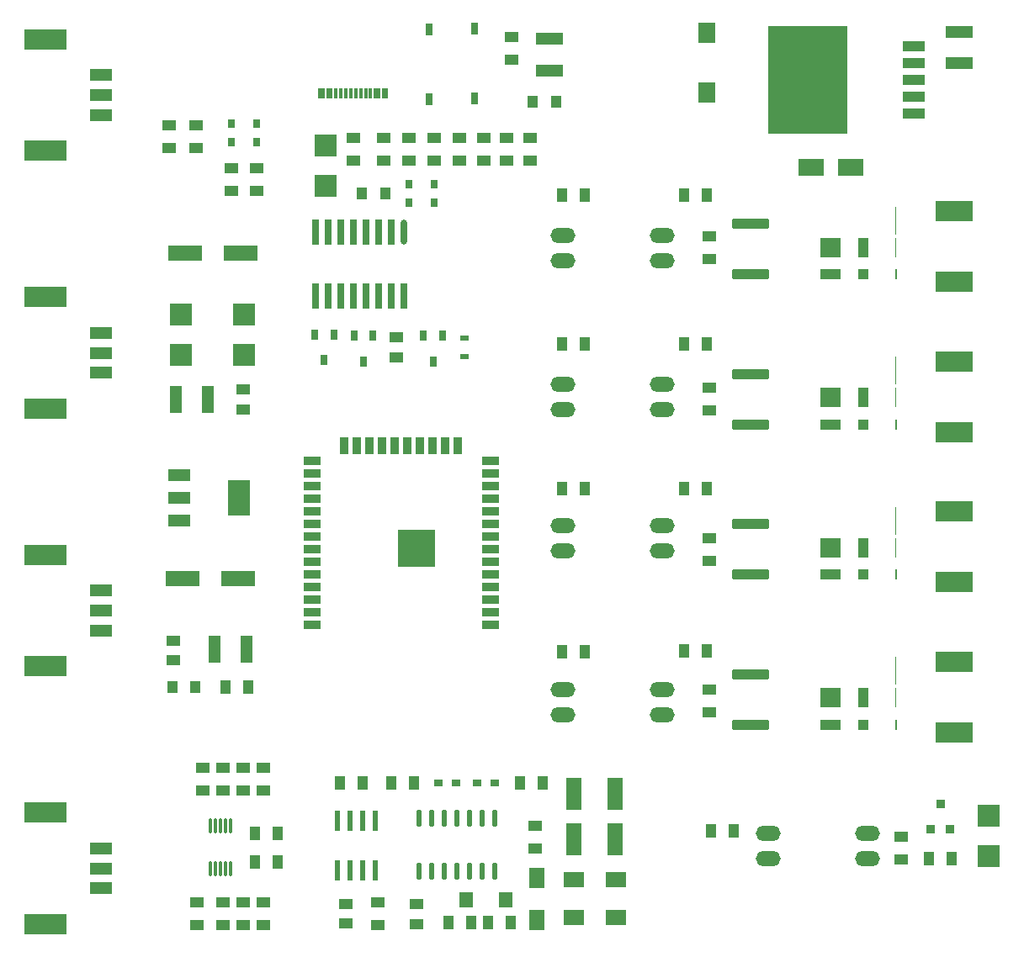
<source format=gtp>
G04*
G04 #@! TF.GenerationSoftware,Altium Limited,Altium Designer,19.0.10 (269)*
G04*
G04 Layer_Color=8421504*
%FSTAX24Y24*%
%MOIN*%
G70*
G01*
G75*
%ADD26R,0.0315X0.0354*%
%ADD27R,0.0550X0.0394*%
%ADD28R,0.0394X0.0550*%
%ADD29R,0.0550X0.0433*%
G04:AMPARAMS|DCode=30|XSize=77.6mil|YSize=23.2mil|CornerRadius=2.9mil|HoleSize=0mil|Usage=FLASHONLY|Rotation=270.000|XOffset=0mil|YOffset=0mil|HoleType=Round|Shape=RoundedRectangle|*
%AMROUNDEDRECTD30*
21,1,0.0776,0.0174,0,0,270.0*
21,1,0.0718,0.0232,0,0,270.0*
1,1,0.0058,-0.0087,-0.0359*
1,1,0.0058,-0.0087,0.0359*
1,1,0.0058,0.0087,0.0359*
1,1,0.0058,0.0087,-0.0359*
%
%ADD30ROUNDEDRECTD30*%
%ADD31O,0.0217X0.0709*%
%ADD32R,0.0354X0.0315*%
%ADD33R,0.0591X0.1260*%
%ADD34R,0.0539X0.0638*%
%ADD35R,0.0835X0.0591*%
%ADD36R,0.0591X0.0835*%
%ADD37R,0.0413X0.0512*%
%ADD38R,0.0882X0.1417*%
%ADD39R,0.0882X0.0480*%
G04:AMPARAMS|DCode=40|XSize=57.9mil|YSize=11mil|CornerRadius=1.4mil|HoleSize=0mil|Usage=FLASHONLY|Rotation=270.000|XOffset=0mil|YOffset=0mil|HoleType=Round|Shape=RoundedRectangle|*
%AMROUNDEDRECTD40*
21,1,0.0579,0.0083,0,0,270.0*
21,1,0.0551,0.0110,0,0,270.0*
1,1,0.0028,-0.0041,-0.0276*
1,1,0.0028,-0.0041,0.0276*
1,1,0.0028,0.0041,0.0276*
1,1,0.0028,0.0041,-0.0276*
%
%ADD40ROUNDEDRECTD40*%
%ADD41R,0.0906X0.0900*%
%ADD42R,0.1378X0.0630*%
%ADD43R,0.0512X0.1063*%
%ADD44R,0.0890X0.0490*%
%ADD45R,0.1670X0.0810*%
%ADD46R,0.1457X0.1457*%
%ADD47R,0.0354X0.0709*%
%ADD48R,0.0709X0.0354*%
%ADD49O,0.0984X0.0591*%
%ADD50R,0.0354X0.0374*%
%ADD51R,0.0250X0.0984*%
%ADD52O,0.0250X0.0984*%
%ADD53R,0.0118X0.0449*%
%ADD54R,0.0315X0.0472*%
%ADD55R,0.1500X0.0800*%
G04:AMPARAMS|DCode=56|XSize=41.7mil|YSize=148.8mil|CornerRadius=11.1mil|HoleSize=0mil|Usage=FLASHONLY|Rotation=270.000|XOffset=0mil|YOffset=0mil|HoleType=Round|Shape=RoundedRectangle|*
%AMROUNDEDRECTD56*
21,1,0.0417,0.1267,0,0,270.0*
21,1,0.0196,0.1488,0,0,270.0*
1,1,0.0221,-0.0634,-0.0098*
1,1,0.0221,-0.0634,0.0098*
1,1,0.0221,0.0634,0.0098*
1,1,0.0221,0.0634,-0.0098*
%
%ADD56ROUNDEDRECTD56*%
%ADD57R,0.0354X0.0236*%
%ADD58R,0.0315X0.0394*%
%ADD59R,0.0850X0.0421*%
%ADD60R,0.3150X0.4252*%
%ADD61R,0.0669X0.0787*%
%ADD62R,0.1063X0.0512*%
%ADD63R,0.0984X0.0669*%
G36*
X056141Y060871D02*
X05612D01*
Y06197D01*
X056141D01*
Y060871D01*
D02*
G37*
G36*
X056137Y059985D02*
X05612D01*
Y060737D01*
X056137D01*
Y059985D01*
D02*
G37*
G36*
X055037D02*
X054657D01*
Y060743D01*
X055037D01*
Y059985D01*
D02*
G37*
G36*
X053954D02*
X053135D01*
Y060748D01*
X053954D01*
Y059985D01*
D02*
G37*
G36*
X056173Y059099D02*
X05612D01*
Y059498D01*
X056173D01*
Y059099D01*
D02*
G37*
G36*
X055037D02*
X054648D01*
Y0595D01*
X055037D01*
Y059099D01*
D02*
G37*
G36*
X053954D02*
X05313D01*
Y059503D01*
X053954D01*
Y059099D01*
D02*
G37*
G36*
X05313Y065049D02*
Y065453D01*
X053954D01*
Y065049D01*
X05313D01*
D02*
G37*
G36*
X053135Y065935D02*
Y066698D01*
X053954D01*
Y065935D01*
X053135D01*
D02*
G37*
G36*
X054648Y065049D02*
Y06545D01*
X055037D01*
Y065049D01*
X054648D01*
D02*
G37*
G36*
X054657Y065935D02*
Y066693D01*
X055037D01*
Y065935D01*
X054657D01*
D02*
G37*
G36*
X05612Y065049D02*
Y065448D01*
X056173D01*
Y065049D01*
X05612D01*
D02*
G37*
G36*
Y065935D02*
Y066687D01*
X056137D01*
Y065935D01*
X05612D01*
D02*
G37*
G36*
Y066821D02*
Y06792D01*
X056141D01*
Y066821D01*
X05612D01*
D02*
G37*
G36*
X05313Y070999D02*
Y071403D01*
X053954D01*
Y070999D01*
X05313D01*
D02*
G37*
G36*
X053135Y071885D02*
Y072648D01*
X053954D01*
Y071885D01*
X053135D01*
D02*
G37*
G36*
X054648Y070999D02*
Y0714D01*
X055037D01*
Y070999D01*
X054648D01*
D02*
G37*
G36*
X054657Y071885D02*
Y072643D01*
X055037D01*
Y071885D01*
X054657D01*
D02*
G37*
G36*
X05612Y070999D02*
Y071398D01*
X056173D01*
Y070999D01*
X05612D01*
D02*
G37*
G36*
Y071885D02*
Y072637D01*
X056137D01*
Y071885D01*
X05612D01*
D02*
G37*
G36*
Y072771D02*
Y07387D01*
X056141D01*
Y072771D01*
X05612D01*
D02*
G37*
G36*
X05313Y076949D02*
Y077353D01*
X053954D01*
Y076949D01*
X05313D01*
D02*
G37*
G36*
X053135Y077835D02*
Y078598D01*
X053954D01*
Y077835D01*
X053135D01*
D02*
G37*
G36*
X054648Y076949D02*
Y07735D01*
X055037D01*
Y076949D01*
X054648D01*
D02*
G37*
G36*
X054657Y077835D02*
Y078593D01*
X055037D01*
Y077835D01*
X054657D01*
D02*
G37*
G36*
X05612Y076949D02*
Y077348D01*
X056173D01*
Y076949D01*
X05612D01*
D02*
G37*
G36*
Y077835D02*
Y078587D01*
X056137D01*
Y077835D01*
X05612D01*
D02*
G37*
G36*
Y078721D02*
Y07982D01*
X056141D01*
Y078721D01*
X05612D01*
D02*
G37*
D26*
X0298Y083104D02*
D03*
Y082396D02*
D03*
X0308Y083104D02*
D03*
Y082396D02*
D03*
X03785Y079996D02*
D03*
Y080704D02*
D03*
X03685Y079996D02*
D03*
Y080704D02*
D03*
D27*
X0298Y08045D02*
D03*
Y08135D02*
D03*
X0308Y08045D02*
D03*
Y08135D02*
D03*
X04165Y08255D02*
D03*
Y08165D02*
D03*
X0407Y08165D02*
D03*
Y08255D02*
D03*
X0356Y05225D02*
D03*
Y05135D02*
D03*
X031081Y051341D02*
D03*
Y052241D02*
D03*
Y057591D02*
D03*
Y056691D02*
D03*
X030281Y051341D02*
D03*
Y052241D02*
D03*
X029481Y051341D02*
D03*
Y052241D02*
D03*
X030281Y057591D02*
D03*
Y056691D02*
D03*
X029481Y057591D02*
D03*
Y056691D02*
D03*
X028681Y057591D02*
D03*
Y056691D02*
D03*
X02845Y05135D02*
D03*
Y05225D02*
D03*
X04185Y0544D02*
D03*
Y0553D02*
D03*
X05635Y05395D02*
D03*
Y05485D02*
D03*
X027348Y08215D02*
D03*
Y08305D02*
D03*
X0284Y08215D02*
D03*
Y08305D02*
D03*
X035839Y08255D02*
D03*
Y08165D02*
D03*
X03465Y08165D02*
D03*
Y08255D02*
D03*
X04875Y065783D02*
D03*
Y066683D02*
D03*
Y07775D02*
D03*
Y07865D02*
D03*
X03885Y08165D02*
D03*
Y08255D02*
D03*
X0398Y08165D02*
D03*
Y08255D02*
D03*
X04875Y071767D02*
D03*
Y072667D02*
D03*
X03785Y08255D02*
D03*
Y08165D02*
D03*
X04875Y0598D02*
D03*
Y0607D02*
D03*
X03685Y08255D02*
D03*
Y08165D02*
D03*
X040904Y08655D02*
D03*
Y08565D02*
D03*
D28*
X038413Y05145D02*
D03*
X039313D02*
D03*
X039987D02*
D03*
X040887D02*
D03*
X03705Y057D02*
D03*
X03615D02*
D03*
X0341D02*
D03*
X035D02*
D03*
X04125D02*
D03*
X04215D02*
D03*
X030475Y060789D02*
D03*
X029575D02*
D03*
X031631Y053845D02*
D03*
X030731D02*
D03*
X031631Y054991D02*
D03*
X030731D02*
D03*
X0488Y0551D02*
D03*
X0497D02*
D03*
X05835Y054D02*
D03*
X05745D02*
D03*
X0438Y06865D02*
D03*
X0429D02*
D03*
X0438Y0803D02*
D03*
X0429D02*
D03*
X04865Y06866D02*
D03*
X04775D02*
D03*
X04865Y0803D02*
D03*
X04775D02*
D03*
X0438Y07439D02*
D03*
X0429D02*
D03*
X0438Y0622D02*
D03*
X0429D02*
D03*
X04865Y0744D02*
D03*
X04775D02*
D03*
X04865Y06221D02*
D03*
X04775D02*
D03*
D29*
X03435Y051406D02*
D03*
Y052194D02*
D03*
X03715Y0514D02*
D03*
Y052187D02*
D03*
X027525Y062632D02*
D03*
Y061845D02*
D03*
X030275Y071801D02*
D03*
Y072589D02*
D03*
X03635Y073856D02*
D03*
Y074644D02*
D03*
D30*
X0355Y05547D02*
D03*
X035D02*
D03*
X0345D02*
D03*
X034D02*
D03*
Y053522D02*
D03*
X0345D02*
D03*
X035D02*
D03*
X0355D02*
D03*
D31*
X03725Y053472D02*
D03*
X03775D02*
D03*
X03825D02*
D03*
X03875D02*
D03*
X03925D02*
D03*
X03975D02*
D03*
X04025D02*
D03*
X03725Y055598D02*
D03*
X03775D02*
D03*
X03825D02*
D03*
X03875D02*
D03*
X03925D02*
D03*
X03975D02*
D03*
X04025D02*
D03*
D32*
X038709Y057D02*
D03*
X038D02*
D03*
X039546D02*
D03*
X040254D02*
D03*
D33*
X043373Y05655D02*
D03*
X045027D02*
D03*
X043373Y05475D02*
D03*
X045027D02*
D03*
D34*
X039113Y05235D02*
D03*
X040687D02*
D03*
D35*
X045033Y05165D02*
D03*
X043367D02*
D03*
Y05315D02*
D03*
X045033D02*
D03*
D36*
X0419Y051567D02*
D03*
Y053233D02*
D03*
D37*
X027462Y060789D02*
D03*
X028389D02*
D03*
X034973Y08035D02*
D03*
X0359D02*
D03*
X042668Y084D02*
D03*
X041741D02*
D03*
D38*
X030106Y068289D02*
D03*
D39*
X027744Y067383D02*
D03*
Y068289D02*
D03*
Y069194D02*
D03*
D40*
X029775Y055283D02*
D03*
X029578D02*
D03*
X029381D02*
D03*
X029185D02*
D03*
X028988D02*
D03*
Y053591D02*
D03*
X029185D02*
D03*
X029381D02*
D03*
X029578D02*
D03*
X029775D02*
D03*
D41*
X030325Y073939D02*
D03*
Y075539D02*
D03*
X027825Y073939D02*
D03*
Y075539D02*
D03*
X0598Y0557D02*
D03*
Y0541D02*
D03*
X03355Y08065D02*
D03*
Y08225D02*
D03*
D42*
X027873Y065089D02*
D03*
X030077D02*
D03*
X027973Y077989D02*
D03*
X030177D02*
D03*
D43*
X030416Y062289D02*
D03*
X029156D02*
D03*
X027615Y072189D02*
D03*
X028875D02*
D03*
D44*
X024642Y083463D02*
D03*
Y08425D02*
D03*
Y085037D02*
D03*
Y073246D02*
D03*
Y074033D02*
D03*
Y074821D02*
D03*
Y063029D02*
D03*
Y063817D02*
D03*
Y064604D02*
D03*
Y052813D02*
D03*
Y0536D02*
D03*
Y054387D02*
D03*
D45*
X022445Y086455D02*
D03*
Y082045D02*
D03*
Y076238D02*
D03*
Y071829D02*
D03*
Y066021D02*
D03*
Y061612D02*
D03*
Y055805D02*
D03*
Y051395D02*
D03*
D46*
X037134Y066289D02*
D03*
D47*
X038791Y07036D02*
D03*
X038291D02*
D03*
X037291D02*
D03*
X037791D02*
D03*
X036291D02*
D03*
X036791D02*
D03*
X035291D02*
D03*
X035791D02*
D03*
X034291D02*
D03*
X034791D02*
D03*
D48*
X033Y06325D02*
D03*
Y06375D02*
D03*
Y06475D02*
D03*
Y06425D02*
D03*
Y06575D02*
D03*
Y06525D02*
D03*
Y06675D02*
D03*
Y06625D02*
D03*
Y06775D02*
D03*
Y06725D02*
D03*
Y06875D02*
D03*
Y06825D02*
D03*
Y06975D02*
D03*
Y06925D02*
D03*
X040087D02*
D03*
Y06975D02*
D03*
Y06825D02*
D03*
Y06875D02*
D03*
Y06725D02*
D03*
Y06775D02*
D03*
Y06625D02*
D03*
Y06675D02*
D03*
Y06525D02*
D03*
Y06575D02*
D03*
Y06375D02*
D03*
Y06475D02*
D03*
Y06325D02*
D03*
Y06425D02*
D03*
D49*
X055019Y054D02*
D03*
Y055D02*
D03*
X051082Y054D02*
D03*
Y055D02*
D03*
X046869Y0662D02*
D03*
Y0672D02*
D03*
X042931Y0662D02*
D03*
Y0672D02*
D03*
X046869Y0777D02*
D03*
Y0787D02*
D03*
X042931Y0777D02*
D03*
Y0787D02*
D03*
X046869Y0718D02*
D03*
Y0728D02*
D03*
X042931Y0718D02*
D03*
Y0728D02*
D03*
X046869Y0597D02*
D03*
Y0607D02*
D03*
X042931Y0597D02*
D03*
Y0607D02*
D03*
D50*
X057526Y055158D02*
D03*
X0579Y056142D02*
D03*
X058274Y055158D02*
D03*
D51*
X03664Y07627D02*
D03*
X03614D02*
D03*
X03564D02*
D03*
X03514D02*
D03*
X03464D02*
D03*
X03414D02*
D03*
X03364D02*
D03*
X03314D02*
D03*
X03314Y07883D02*
D03*
X03364D02*
D03*
X03414D02*
D03*
X03464D02*
D03*
X03514D02*
D03*
X03564D02*
D03*
X03614D02*
D03*
D52*
X03664D02*
D03*
D53*
X034736Y084329D02*
D03*
X034933D02*
D03*
X03513D02*
D03*
X035327D02*
D03*
X035524D02*
D03*
X035642D02*
D03*
X035839D02*
D03*
X035957D02*
D03*
X034539D02*
D03*
X034343D02*
D03*
X034146D02*
D03*
X033949D02*
D03*
X033752D02*
D03*
X033634D02*
D03*
X033437D02*
D03*
X033319D02*
D03*
D54*
X03945Y08412D02*
D03*
Y086876D02*
D03*
X03765Y084085D02*
D03*
Y086841D02*
D03*
D55*
X05845Y06775D02*
D03*
Y06495D02*
D03*
Y07965D02*
D03*
Y07685D02*
D03*
Y0737D02*
D03*
Y0709D02*
D03*
Y0618D02*
D03*
Y059D02*
D03*
D56*
X050391Y06725D02*
D03*
Y06525D02*
D03*
Y07915D02*
D03*
Y07715D02*
D03*
Y0732D02*
D03*
Y0712D02*
D03*
Y0613D02*
D03*
Y0593D02*
D03*
D57*
X03905Y0739D02*
D03*
X03905Y074615D02*
D03*
D58*
X0378Y073688D02*
D03*
X037426Y074712D02*
D03*
X038174D02*
D03*
X033489Y073738D02*
D03*
X033115Y074762D02*
D03*
X033863D02*
D03*
X03504Y073688D02*
D03*
X034666Y074712D02*
D03*
X035414D02*
D03*
D59*
X05685Y086189D02*
D03*
Y085519D02*
D03*
Y083511D02*
D03*
Y084181D02*
D03*
Y08485D02*
D03*
D60*
X05265D02*
D03*
D61*
X04865Y084369D02*
D03*
Y086731D02*
D03*
D62*
X05865Y085509D02*
D03*
Y086769D02*
D03*
X042404Y086491D02*
D03*
Y085231D02*
D03*
D63*
X054337Y0814D02*
D03*
X052763D02*
D03*
M02*

</source>
